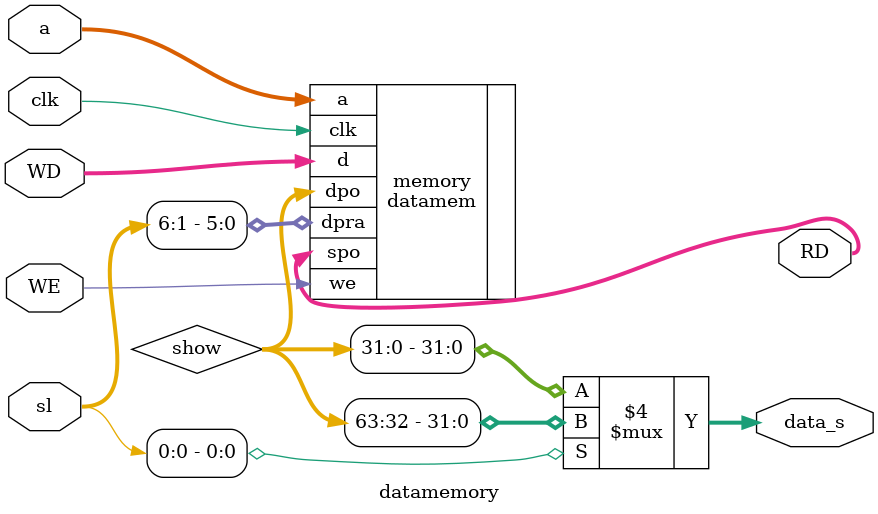
<source format=v>
`timescale 1ns / 1ps
/**********************/
module Fetchreg(input clk,
                 input reset,
                 input en,
                 input [31:0] pc,
                 output [31:0] next_pc);
reg [31:0] pc_n;
initial begin pc_n <= 0; end
always @(posedge clk or posedge reset)
begin  //reset is triggered when volt is high
      if(reset) 
         pc_n <= 0;
      else if(en)
         pc_n <= pc;
end

assign next_pc = pc_n ;

endmodule


/******************************************************************/
module Decodereg( input clk,
                  input en,
                  input reset,
                  input clr,
                  input [31:0] instrF, pcplus4F, SignImmF, pcBranchF,
                  input [3:0] AlucontrolF,
                  input [1:0] MemtoRegF, RegdstF,
                  input AlusrcaF, AlusrcbF,
                  input branchF, ifbranchF, ifjrF, regwriteF, memwriteF,
                  output [31:0] instrD, pcplus4D, SignImmD, pcBranchD,
                  output [3:0] AlucontrolD,
                  output [1:0] MemtoRegD, RegdstD,
                  output AlusrcaD, AlusrcbD,
                  output branchD, ifbranchD, ifjrD, regwriteD, memwriteD
                  );

reg [31:0] instr, pcplus4, SignImm, pcBranch;
reg [3:0] Alucontrol;
reg [1:0] MemtoReg, Regdst;
reg Alusrca, Alusrcb, branch, ifbranch, regwrite, memwrite, ifjr;

initial 
begin 
    instr      <=  32'b0; 
    pcplus4    <=  32'b0;
    SignImm    <=  32'b0;
    pcBranch   <=  32'b0;
    Alucontrol <=  4'b0;
    MemtoReg   <=  2'b0;
    Regdst     <=  2'b0;
    Alusrca    <=  1'b0;
    Alusrcb    <=  1'b0;
    branch     <=  1'b0;
    ifbranch   <=  1'b0;
    ifjr       <=  1'b0;
    regwrite   <=  1'b0;
    memwrite   <=  1'b0;
end

always @(posedge clk or posedge reset) 
begin
  if (reset | clr) 
  begin
    instr      <=  32'b0; 
    pcplus4    <=  32'b0;
    SignImm    <=  32'b0;
    pcBranch   <=  32'b0;
    Alucontrol <=  4'b0;
    MemtoReg   <=  2'b0;
    Regdst     <=  2'b0;
    Alusrca    <=  1'b0;
    Alusrcb    <=  1'b0;
    branch     <=  1'b0;
    ifbranch   <=  1'b0;
    ifjr       <=  1'b0;
    regwrite   <=  1'b0;
    memwrite   <=  1'b0;
  end
  else if (en) 
  begin
    instr      <=  instrF;
    pcplus4    <=  pcplus4F;
    SignImm    <=  SignImmF;
    pcBranch   <=  pcBranchF;
    Alucontrol <=  AlucontrolF;
    MemtoReg   <=  MemtoRegF;
    Regdst     <=  RegdstF;
    Alusrca    <=  AlusrcaF;
    Alusrcb    <=  AlusrcbF;
    branch     <=  branchF;
    ifbranch   <=  ifbranchF;
    ifjr       <=  ifjrF;
    regwrite   <=  regwriteF;
    memwrite   <=  memwriteF;
  end
end

assign  instrD       =   instr;
assign  pcplus4D     =   pcplus4;
assign  SignImmD     =   SignImm;
assign  pcBranchD    =   pcBranch;
assign  AlucontrolD  =   Alucontrol;
assign  MemtoRegD    =   MemtoReg; 
assign  RegdstD      =   Regdst;
assign  AlusrcaD     =   Alusrca;
assign  AlusrcbD     =   Alusrcb;
assign  branchD      =   branch;
assign  ifbranchD    =   ifbranch;
assign  ifjrD        =   ifjr;
assign  regwriteD    =   regwrite;
assign  memwriteD    =   memwrite;

endmodule

/******************************************************************/
module Excuetereg(input clk,
                   input en,
                   input reset,
                   input clr,
                   input [4:0] RsD,
                   input [4:0] RtD,
                   input [4:0] RdD,
                   input [31:0] SignImmD,
                   input [31:0] shamtdataD,
                   input [31:0] dataaD, databD,
                   input [31:0] pcD,
                   input RegWriteD, MemWriteD,
                   input AlusrcaD, AlusrcbD,
                   input [1:0] MemtoRegD,
                   input [3:0] AlucontrolD,
                   input [1:0] RegdstD,
                   output [4:0] RsE,
                   output [4:0] RtE,
                   output [4:0] RdE,
                   output [31:0] SignImmE,
                   output [31:0] shamtdataE,
                   output [31:0] dataaE, databE,
                   output [31:0] pcE,
                   output RegWriteE, MemWriteE,
                   output AlusrcaE, AlusrcbE,
                   output [1:0] MemtoRegE,
                   output [3:0] AlucontrolE,
                   output [1:0] RegdstE
                   );

reg [4:0] Rs, Rt, Rd;
reg [31:0] SignImm, shamtdata, dataa, datab, pc;
reg RegWrite, MemWrite, Alusrca, Alusrcb;
reg [1:0] Regdst, MemtoReg;
reg [3:0] Alucontrol;

initial 
begin
  Rs         <=  5'b0;
  Rd         <=  5'b0;
  Rt         <=  5'b0;
  SignImm    <=  32'b0;  
  shamtdata  <=  32'b0;
  dataa      <=  32'b0;
  datab      <=  32'b0;
  pc         <=  32'b0;
  RegWrite   <=  1'b0;
  MemtoReg   <=  2'b0;
  MemWrite   <=  1'b0;
  Alusrca    <=  1'b0;
  Alusrcb    <=  1'b0;
  Regdst     <=  2'b0;
  Alucontrol <=  4'b0;
end

always @(posedge clk or posedge reset) 
begin
  if (reset | clr) 
  begin
    Rs         <=  5'b0;
    Rd         <=  5'b0;
    Rt         <=  5'b0;
    SignImm    <=  32'b0;  
    shamtdata  <=  32'b0;
    dataa      <=  32'b0;
    datab      <=  32'b0;
    pc         <=  32'b0;
    RegWrite   <=  1'b0;
    MemtoReg   <=  2'b0;
    MemWrite   <=  1'b0;
    Alusrca    <=  1'b0;
    Alusrcb    <=  1'b0;
    Regdst     <=  2'b0;
    Alucontrol <=  4'b0;
  end
  else if(en)
  begin
    Rs <= RsD;
    Rd <= RdD;
    Rt <= RtD;
    SignImm   <= SignImmD;
    shamtdata <= shamtdataD;
    dataa     <= dataaD;
    datab     <= databD;
    pc        <= pcD;
    RegWrite  <= RegWriteD;
    MemtoReg  <= MemtoRegD;
    MemWrite  <= MemWriteD;
    Alusrca   <= AlusrcaD;
    Alusrcb   <= AlusrcbD;
    Regdst    <= RegdstD;
    Alucontrol <= AlucontrolD;
  end
end

assign  RsE = Rs;
assign  RdE = Rd;
assign  RtE = Rt;
assign  SignImmE   = SignImm;
assign  shamtdataE = shamtdata;
assign  dataaE     = dataa;
assign  databE     = datab;
assign  pcE        = pc;
assign  RegWriteE  = RegWrite;
assign  MemtoRegE  = MemtoReg;
assign  MemWriteE  = MemWrite;
assign  AlusrcaE   = Alusrca;
assign  AlusrcbE   = Alusrcb;
assign  RegdstE    = Regdst;
assign  AlucontrolE = Alucontrol;

endmodule

/******************************************************************/
module Memoryreg(input clk,
                  input en,
                  input rst,
                  input [31:0] AluOutE,
                  input [31:0] WriteDataE,
                  input [31:0] pcE,
                  input [4:0] WriteRegE,
                  input RegWriteE,
                  input [1:0] MemtoRegE,
                  input MemWriteE,
                  output [31:0] AluOutM,
                  output [31:0] WriteDataM,
                  output [31:0] pcM,
                  output [4:0] WriteRegM,
                  output RegWriteM,
                  output [1:0] MemtoRegM,
                  output MemWriteM
                  );

reg [31:0] AluOut, WriteData, pc;
reg [4:0] WriteReg;
reg RegWrite, MemWrite;
reg [1:0] MemtoReg;

initial
begin
  AluOut    <= 32'b0;
  WriteData <= 32'b0;
  pc        <= 32'b0;
  WriteReg  <= 5'b0;
  RegWrite  <= 1'b0;
  MemWrite  <= 1'b0;
  MemtoReg  <= 2'b0;
end

always @(posedge clk or posedge rst) 
begin
  if (rst) 
  begin
    AluOut    <= 32'b0;
    WriteData <= 32'b0;
    pc        <= 32'b0;
    WriteReg  <= 5'b0;
    RegWrite  <= 1'b0;
    MemWrite  <= 1'b0;
    MemtoReg  <= 2'b0;
  end
  else if(en)
  begin
    AluOut <= AluOutE;
    WriteData <= WriteDataE;
    pc        <= pcE;
    WriteReg  <= WriteRegE;
    RegWrite  <= RegWriteE;
    MemWrite  <= MemWriteE;
    MemtoReg  <= MemtoRegE;
  end
end

assign  AluOutM    = AluOut;
assign  WriteDataM = WriteData;
assign  pcM        = pc;
assign  WriteRegM  = WriteReg;
assign  RegWriteM  = RegWrite;
assign  MemWriteM  = MemWrite;
assign  MemtoRegM   = MemtoReg;

endmodule

/******************************************************************/

module Writebackreg(input clk,
                    input en,
                    input rst,
                    input RegWriteM,
                    input [31:0] ReaddataM, AluOutM, pcM,
                    input [4:0] WriteRegM,
                    input [1:0] MemtoRegM,
                    output RegWriteW,
                    output [31:0] ReaddataW, AluOutW, pcW,
                    output [4:0] WriteRegW,
                    output [1:0] MemtoRegW);

reg [31:0] Readdata, AluOut, pc;
reg [4:0] WriteReg;
reg [1:0] MemtoReg;
reg RegWrite;

initial
begin
  Readdata <= 32'b0;
  AluOut   <= 32'b0;
  pc       <= 32'b0;
  WriteReg <= 5'b0;
  MemtoReg <= 2'b0;
  RegWrite <= 1'b0;
end

always @(posedge clk or posedge rst) 
begin
  if (rst) begin
    Readdata <= 32'b0;
    AluOut   <= 32'b0;
    pc       <= 32'b0;
    WriteReg <= 5'b0;
    MemtoReg <= 2'b0;
    RegWrite <= 1'b0;
  end
  else if(en)
  begin
    Readdata <= ReaddataM;
    AluOut   <= AluOutM;
    pc       <= pcM;
    WriteReg <= WriteRegM;
    MemtoReg <= MemtoRegM;
    RegWrite <= RegWriteM;
  end
end

assign ReaddataW  =  Readdata;
assign AluOutW    =  AluOut;
assign pcW        =  pc;
assign WriteRegW  =  WriteReg;
assign MemtoRegW  =  MemtoReg;
assign RegWriteW  =  RegWrite;

endmodule

/******************************************************************/

module pcplus4(input [31:0] pc,
	           output [31:0]pc_n);
assign pc_n = pc + 4;
endmodule

/******************************************************************/

module regfile(
	input clk, wen, rst,
	input [4:0] ra1, ra2,
	input [4:0] wadd,
	input [31:0] wdata,
    input [4:0] sl,
	output [31:0] rd1, rd2,
  output [31:0] data_s);

reg [31:0] rf [31:0];  //32 32-bit registerfile
integer i;

initial
  begin
  for(i = 0; i < 32; i = i + 1)
  rf[i] = 32'b0;
  end
  
always @(negedge clk or posedge rst) 
begin
    if(rst)
    begin
       for(i = 0; i < 32; i = i + 1)
       begin
       	rf[i] = 32'b0;
       	end
    end
    //if rest, all the register will be cleared
	else if (wen && (wadd != 0))
	     rf[wadd] = wdata;
end
     //register 0 cannot be changed
assign rd1 = (ra1 != 0) ? rf[ra1] : 0;
assign rd2 = (ra2 != 0) ? rf[ra2] : 0;
assign data_s = (sl != 0) ? rf[sl] : 0;


endmodule


/******************************************************************/

module signext(input [15:0] a,
             input s,
	           output [31:0] y);


assign y = (s == 1) ? {{16{a[15]}},a} : {16'b0, a};

endmodule

/******************************************************************/
module extender(input [4:0] shamt,
                output [31:0] s);
assign s = {27'b0, shamt} ;

endmodule

/******************************************************************/

module PCBranch(input [31:0] a,
	            input [31:0]pc_4,
	            output [31:0] pc_b);
assign pc_b = pc_4 + {a[29:0],2'b00};

endmodule


/**********************/

module ALU(input [31:0] A,
	       input [31:0] B,
	       input [3:0] alucont,
	       output [31:0] result);

reg [32:0] temp;
wire signed [31:0] SrcA = A, SrcB = B;

parameter ADDU = 4'b0000,
          SUBU = 4'b0001,
          ADD  = 4'b0010,
          SUB  = 4'b0011,
          OR   = 4'b0100,
          AND  = 4'b0101,
          XOR  = 4'b0110,
          NOR  = 4'b0111,
          SLTU = 4'b1000,
          SLT  = 4'b1001,
          SLL  = 4'b1010,
          SRL  = 4'b1011,
          SRA  = 4'b1100,
          LUI  = 4'b1101;

always @(*)
case(alucont)
    ADDU: temp = A + B; // addu
    SUBU: temp = A - B; // subu
    ADD : temp = SrcA + SrcB;  // r = a + b (signed) add
    SUB : temp = SrcA - SrcB;  // r = a - b (signed) sub
    AND : temp = A & B;  // r = a & b and
    OR  : temp = A | B;  // r = a | b or
    XOR : temp = A ^ B;  // r = a ^ b xor
    NOR : temp = ~(A | B); // r = ~(a | b) nor
    SLT : temp = (SrcA < SrcB) ? 1 : 0; // slt
    SLTU: temp = (A < B) ? 1 : 0;
    SLL : temp = B << A; //sll
    SRL : begin
            if(A == 0)
            {temp[31:0], temp[32]} = {B, 1'b0};
            else 
            {temp[31:0],temp[32]} = B >> (A - 1); // srl
          end
    SRA : begin
    	      if(A == 0)
    	      {temp[31:0], temp[32]} = {B, 1'b0};
    	      else {temp[31:0], temp[32]} = SrcB >>> (A - 1); // sra
    	    end
    LUI : begin
          {temp[31:0], temp[32]} = {B[15:0], 17'b0};
          end
    default:temp = A + B;

endcase
assign  result = temp[31:0] ;
//assign  zero = (result == 32'b0) ? 1 : 0;
//assign  neg = result[31];

endmodule

/*******************************************************/

module mux2_32(input [31:0] a, b,
	           input s,
	           output [31:0] r);
assign r = s? b: a;
endmodule

/*******************************************************/

//module mux2_5(input [4:0] a, b,
//	        input s,
//	        output [4:0] r);
//assign r = s? b : a;
//endmodule

/*******************************************************/

module jumpadd(input [25:0] a,
	           input [3:0] p,
	           output [31:0] ja);

assign ja = {p, a, 2'b00} ;
endmodule

/*******************************************************/

module mux3_32(input [31:0] d1,
               input [31:0] d2,
               input [31:0] d3,
               input [1:0] s,
               output [31:0] r);

assign r = (s == 2'b00) ? d1 : ((s == 2'b01) ? d2 : d3);
endmodule

/*******************************************************/

module mux4_32(input [31:0] d1,
               input [31:0] d2,
               input [31:0] d3,
               input [31:0] d4,
               input [1:0] s,
               output [31:0] r);
assign r = (s == 2'b00) ? d1 : ((s == 2'b01) ? d2 : ((s == 2'b10) ? d3: d4));
endmodule

/*******************************************************/

module mux3_5(input [4:0] d1,
              input [4:0] d2,
              input [4:0] d3,
              input [1:0] s,
              output [4:0] r);
assign r = (s == 2'b00) ? d1 : ((s == 2'b01) ? d2 : d3);
endmodule

/******************************************************************/
//instruction memory

module instrmem(input [5:0] a,
            output [63:0] rd);

instr_mem imem (
  .a(a),      // input wire [5 : 0] a
  .spo(rd)  // output wire [31 : 0] spo
);
 endmodule

/******************************************************************/

module Fastcac(input[31:0] a,b,
               output zero, neg
               );
wire[31:0] result;
assign  result =  a - b;
assign  zero = result == 0;
assign  neg  =  result[31] == 1;

endmodule

/******************************************************************/

module mux5_32(
  input [31:0] data1, data2, data3, data4, data5,
  input [2:0] sel,
  output [31:0] data_out);
  
reg [31:0] data;
always @(*)
begin
  casez(sel)
  3'b??1:data <= data1; //pc
  3'b000:data <= data2; //clock
  3'b010:data <= data3; //instr
  3'b100:data <= data4; //reg
  3'b110:data <= data5; //demem
  endcase
end

assign data_out = data;

endmodule


/******************************************************************/

module branchjudge(
  input [5:0] op,
  input zero, neg,
  output branchnew
  );

parameter BEQ   =  6'b000100,
         BNE   =  6'b000101,
         BLEZ  =  6'b000110,
         BGTZ  =  6'b000111;
assign branchnew = (op == BEQ & zero) | ( op == BNE & ~zero) | (op == BLEZ &(zero | neg)) | (op == BGTZ & ~zero & ~neg);

endmodule

/******************************************************************/

module mux6_32(
  input [31:0] data1, data2, data3, data4, data5, data6,
  input [2:0] sel,
  output [31:0] data_out);
  
reg [31:0] data;
always @(*)
begin
  case(sel)
  3'b000:  data  <=  data1; 
  3'b001:  data  <=  data2; 
  3'b010:  data  <=  data3; 
  3'b011:  data  <=  data4; 
  3'b100:  data  <=  data5; 
  default: data  <=  data6;
  endcase
end

assign data_out = data;

endmodule

/******************************************************************/
module datamemory(input [5:0] a,
             input [63:0] WD,
             input clk,WE,
             input [6:0] sl,
             output [31:0] data_s,
             output [63:0] RD);
//parameter start = 8'h00000000;
/*
reg [31:0] RAM[127:0];

always @(posedge clk) 
begin
  if (WE) RAM[a[6:0]] <= WD;
end

assign RD = RAM[a[6:0]];
endmodule

*/
wire [63:0] show;
datamem memory (
  .a(a[5:0]),        // input wire [6 : 0] a
  .d(WD),        // input wire [31 : 0] d
  .dpra(sl[6:1]),  // input wire [6 : 0] dpra
  .clk(clk),    // input wire clk
  .we(WE),      // input wire we
  .spo(RD),    // output wire [31 : 0] spo
  .dpo(show)    // output wire [31 : 0] dpo
);
assign data_s = (sl[0] == 0) ? show[31:0] : show[63:32];
// a dual-ram

endmodule


</source>
